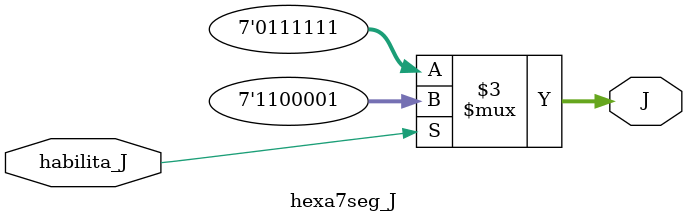
<source format=v>
module hexa7seg_J (habilita_J, J);
    input      habilita_J;
    output reg [6:0] J;
    
   /* DISPLAY J - mostra a letra J 
   * input habilita_J deve ser 1'b1 no circuito
   */

   
    /*
     *    ---
     *   | 0 |
     * 5 |   | 1
     *   |   |
     *    ---
     *   | 6 |
     * 4 |   | 2
     *   |   |
     *    ---
     *     3
     */

    always @ (habilita_J) begin
        if(habilita_J) J = 7'b1100001; // J 
        else J = 7'b0111111; // - 
    end
endmodule

</source>
